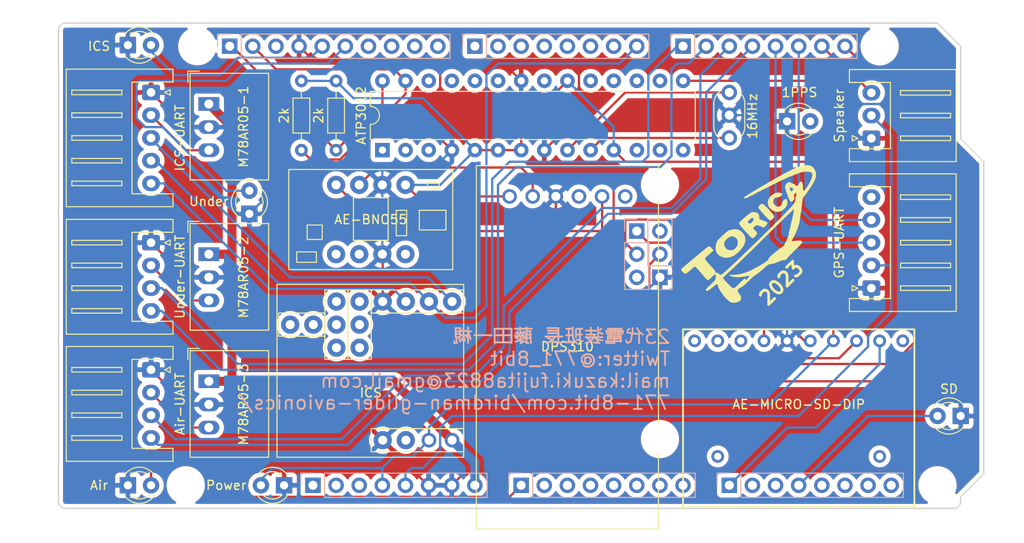
<source format=kicad_pcb>
(kicad_pcb (version 20211014) (generator pcbnew)
  (title_block (date "mar. 31 mars 2015"))
  (layers (0 "F.Cu" signal) (31 "B.Cu" signal) (34 "B.Paste" user) (35 "F.Paste" user) (36 "B.SilkS" user "B.Silkscreen") (37 "F.SilkS" user "F.Silkscreen") (38 "B.Mask" user) (39 "F.Mask" user) (44 "Edge.Cuts" user))
  (net 0 "")
  (net 1 "GND")
  (net 2 "/IOREF")
  (net 3 "/A1")
  (net 4 "/A2")
  (net 5 "/A3")
  (net 6 "/A4")
  (net 7 "/A5")
  (net 8 "/A6")
  (net 9 "/A7")
  (net 10 "/A9")
  (net 11 "/A10")
  (net 12 "/A12")
  (net 13 "/A13")
  (net 14 "/A14")
  (net 15 "/A15")
  (net 16 "/AREF")
  (net 17 "/*11")
  (net 18 "/*9")
  (net 19 "/*8")
  (net 20 "/*7")
  (net 21 "/*6")
  (net 22 "/*5")
  (net 23 "/*4")
  (net 24 "/*3")
  (net 25 "/*2")
  (net 26 "DTGR")
  (net 27 "DRGT")
  (net 28 "IRXT")
  (net 29 "DTAR")
  (net 30 "DRAT")
  (net 31 "DTUR")
  (net 32 "VCC")
  (net 33 "/~{RESET}")
  (net 35 "Net-(Air-UART1-Pad2)")
  (net 36 "1PPS")
  (net 37 "Net-(ICS-UART1-Pad2)")
  (net 38 "ITXR")
  (net 39 "EN")
  (net 40 "SD-CS")
  (net 41 "DRUT")
  (net 42 "SD-MISO")
  (net 43 "SD-CLK")
  (net 44 "SD-MOSI")
  (net 45 "5V")
  (net 46 "Net-(Speaker1-Pad3)")
  (net 47 "3.3V")
  (net 51 "SDA")
  (net 52 "SCL")
  (net 53 "SCL1")
  (net 54 "SDA1")
  (net 55 "/TX0{slash}1")
  (net 56 "/*10")
  (net 63 "L_Air")
  (net 64 "L_ICS")
  (net 65 "L_Under")
  (net 66 "L_SD")
  (net 71 "Net-(ATP3012-Pad9)")
  (net 72 "Net-(ATP3012-Pad10)")
  (net 96 "Net-(M78AR05-2-Pad3)")
  (footprint "LED_THT:LED_D3.0mm_Clear" (layer "F.Cu") (at 120.955 67.62 90)
    (fp_text reference "Under1" hide)
    (fp_text value "Under")
  )
  (footprint "Connector_JST:JST_XH_S5B-XH-A_1x05_P2.50mm_Horizontal" (layer "F.Cu") (at 189.26 75.79 90)
    (fp_text reference "GPS-UART1" hide)
    (fp_text value "GPS-UART")
  )
  (footprint "LED_THT:LED_D3.0mm_Clear" (layer "F.Cu") (at 124.77 97.46 180)
    (fp_text reference "Power1" hide)
    (fp_text value "Power")
  )
  (footprint "LED_THT:LED_D3.0mm_Clear" (layer "F.Cu") (at 199.065 89.84 180)
    (fp_text reference "SD1" hide)
    (fp_text value "SD")
  )
  (footprint "Arduino_MountingHole:MountingHole_3.2mm" (layer "F.Cu") (at 196.52 97.46)
    (fp_text reference "MH6" hide)
    (fp_text value "MountingHole_3.2mm" hide)
  )
  (footprint "Package_DIP:DIP-28_W7.62mm" (layer "F.Cu") (at 135.57 60.62 90)
    (fp_text reference "ATP3012")
    (fp_text value "ATP3012")
  )
  (footprint "LOGO:torica" (layer "F.Cu") (at 176.835 70.155 45)
    (fp_text reference "G***" hide)
    (fp_text value "LOGO" hide)
  )
  (footprint "Converter_DCDC:Converter_DCDC_RECOM_R-78E-0.5_THT" (layer "F.Cu") (at 116.51 72.06 -90)
    (fp_text reference "M78AR05-2")
    (fp_text value "M78AR05")
  )
  (footprint "LED_THT:LED_D3.0mm_Clear" (layer "F.Cu") (at 180.005 57.455)
    (fp_text reference "1PPS1" hide)
    (fp_text value "1PPS")
  )
  (footprint "Connector_JST:JST_XH_S5B-XH-A_1x05_P2.50mm_Horizontal" (layer "F.Cu") (at 110.16 54.28 -90)
    (fp_text reference "ICS-UART1" hide)
    (fp_text value "ICS-UART")
  )
  (footprint "Resistor_THT:R_Axial_DIN0204_L3.6mm_D1.6mm_P7.62mm_Horizontal" (layer "F.Cu") (at 126.67 60.63 90)
    (fp_text reference "R2" hide)
    (fp_text value "2k")
  )
  (footprint "Connector_JST:JST_XH_S4B-XH-A_1x04_P2.50mm_Horizontal" (layer "F.Cu") (at 110.16 70.79 -90)
    (fp_text reference "Under-UART1" hide)
    (fp_text value "Under-UART")
  )
  (footprint "microSD:microSD_AE-MICRO-SD-DIP" (layer "F.Cu") (at 181.28 80.315)
    (fp_text reference "AE-MICRO-SD-DIP1" hide)
    (fp_text value "AE-MICRO-SD-DIP")
  )
  (footprint "Arduino_MountingHole:MountingHole_3.2mm" (layer "F.Cu") (at 115.24 49.2)
    (fp_text reference "MH1" hide)
    (fp_text value "MountingHole_3.2mm" hide)
  )
  (footprint "ICS:ICS" (layer "F.Cu") (at 144.4 75.33 -90)
    (fp_text reference "ICS-board1" hide)
    (fp_text value "ICS")
  )
  (footprint "Connector_JST:JST_XH_S4B-XH-A_1x04_P2.50mm_Horizontal" (layer "F.Cu") (at 110.16 84.76 -90)
    (fp_text reference "Air-UART1" hide)
    (fp_text value "Air-UART")
  )
  (footprint "Resistor_THT:R_Axial_DIN0204_L3.6mm_D1.6mm_P7.62mm_Horizontal" (layer "F.Cu") (at 130.48 53.01 -90)
    (fp_text reference "R1" hide)
    (fp_text value "2k")
  )
  (footprint "Crystal:Resonator_Murata_CSTLSxxxX-3Pin_W5.5mm_H3.0mm" (layer "F.Cu") (at 173.66 54.28 -90)
    (fp_text reference "Y1" hide)
    (fp_text value "16MHｚ")
  )
  (footprint "Connector_JST:JST_XH_S3B-XH-A_1x03_P2.50mm_Horizontal" (layer "F.Cu") (at 189.26 59.32 90)
    (fp_text reference "Speaker1" hide)
    (fp_text value "Speaker")
  )
  (footprint "Converter_DCDC:Converter_DCDC_RECOM_R-78E-0.5_THT" (layer "F.Cu") (at 116.51 86.03 -90)
    (fp_text reference "M78AR05-3")
    (fp_text value "M78AR05")
  )
  (footprint "DPS310:DPS310" (layer "F.Cu") (at 155.88 82.22 90)
    (fp_text reference "DPS310")
    (fp_text value "DPS310")
  )
  (footprint "Converter_DCDC:Converter_DCDC_RECOM_R-78E-0.5_THT" (layer "F.Cu") (at 116.51 55.55 -90)
    (fp_text reference "M78AR05-1")
    (fp_text value "M78AR05")
  )
  (footprint "Arduino_MountingHole:MountingHole_3.2mm" (layer "F.Cu") (at 113.97 97.46)
    (fp_text reference "MH2" hide)
    (fp_text value "MountingHole_3.2mm" hide)
  )
  (footprint "AE-BNO055:AE-BNO055" (layer "F.Cu") (at 134.29 68.25 -90)
    (fp_text reference "AE-BNO55")
    (fp_text value "AE-BNO055")
  )
  (footprint "Arduino_MountingHole:MountingHole_3.2mm" (layer "F.Cu") (at 166.04 64.44)
    (fp_text reference "MH3" hide)
    (fp_text value "MountingHole_3.2mm" hide)
  )
  (footprint "Arduino_MountingHole:MountingHole_3.2mm" (layer "F.Cu") (at 166.04 92.38)
    (fp_text reference "MH4" hide)
    (fp_text value "MountingHole_3.2mm" hide)
  )
  (footprint "LED_THT:LED_D3.0mm_Clear" (layer "F.Cu") (at 107.62 97.46)
    (fp_text reference "Air1" hide)
    (fp_text value "Air")
  )
  (footprint "Arduino_MountingHole:MountingHole_3.2mm" (layer "F.Cu") (at 190.17 49.2)
    (fp_text reference "MH5" hide)
    (fp_text value "MountingHole_3.2mm" hide)
  )
  (footprint "LED_THT:LED_D3.0mm_Clear" (layer "F.Cu") (at 107.615 49.073)
    (fp_text reference "ICS1" hide)
    (fp_text value "ICS")
  )
  (footprint "Connector_PinHeader_2.54mm:PinHeader_1x08_P2.54mm_Vertical" (layer "B.Cu") (at 127.94 97.46 -90)
    (fp_text reference "J1" hide)
    (fp_text value "Power" hide)
  )
  (footprint "Connector_PinHeader_2.54mm:PinHeader_1x08_P2.54mm_Vertical" (layer "B.Cu") (at 150.8 97.46 -90)
    (fp_text reference "J3" hide)
    (fp_text value "Analog" hide)
  )
  (footprint "Connector_PinHeader_2.54mm:PinHeader_1x08_P2.54mm_Vertical" (layer "B.Cu") (at 173.66 97.46 -90)
    (fp_text reference "J5" hide)
    (fp_text value "Analog" hide)
  )
  (footprint "Connector_PinHeader_2.54mm:PinHeader_1x10_P2.54mm_Vertical" (layer "B.Cu") (at 118.796 49.2 -90)
    (fp_text reference "J2" hide)
    (fp_text value "PWM" hide)
  )
  (footprint "Connector_PinHeader_2.54mm:PinHeader_1x08_P2.54mm_Vertical" (layer "B.Cu") (at 145.72 49.2 -90)
    (fp_text reference "J4" hide)
    (fp_text value "PWM" hide)
  )
  (footprint "Connector_PinHeader_2.54mm:PinHeader_1x08_P2.54mm_Vertical" (layer "B.Cu") (at 168.58 49.2 -90)
    (fp_text reference "J6" hide)
    (fp_text value "Communication" hide)
  )
  (footprint "Connector_PinSocket_2.54mm:PinSocket_1x03_P2.54mm_Vertical" (layer "B.Cu") (at 163.5 69.52 180)
    (fp_text reference "J7" hide)
    (fp_text value "Conn_01x03")
  )
  (footprint "Connector_PinSocket_2.54mm:PinSocket_1x03_P2.54mm_Vertical" (layer "B.Cu") (at 166.04 74.6)
    (fp_text reference "J8" hide)
    (fp_text value "Conn_01x03")
  )
  (gr_line (start 199.06 59.36) (end 201.6 61.9) (layer "Edge.Cuts") (width 0.15))
  (gr_line (start 100 99.238) (end 100 47.422) (layer "Edge.Cuts") (width 0.15))
  (gr_line (start 201.6 61.9) (end 201.6 96.19) (layer "Edge.Cuts") (width 0.15))
  (gr_line (start 198.298 100) (end 100.762 100) (layer "Edge.Cuts") (width 0.15))
  (gr_line (start 100.762 46.66) (end 196.52 46.66) (layer "Edge.Cuts") (width 0.15))
  (gr_arc (start 100.762 100) (mid 100.223185 99.776815) (end 100 99.238) (layer "Edge.Cuts") (width 0.15))
  (gr_line (start 201.6 96.19) (end 199.06 98.73) (layer "Edge.Cuts") (width 0.15))
  (gr_line (start 196.52 46.66) (end 199.06 49.2) (layer "Edge.Cuts") (width 0.15))
  (gr_arc (start 199.06 99.238) (mid 198.836815 99.776815) (end 198.298 100) (layer "Edge.Cuts") (width 0.15))
  (gr_line (start 199.06 49.2) (end 199.06 59.36) (layer "Edge.Cuts") (width 0.15))
  (gr_line (start 199.06 98.73) (end 199.06 99.238) (layer "Edge.Cuts") (width 0.15))
  (gr_arc (start 100 47.422) (mid 100.223185 46.883185) (end 100.762 46.66) (layer "Edge.Cuts") (width 0.15))
  (gr_text "23代電装班長 藤田一槻\nTwitter:@771_8bit\nmail:kazuki.fujita8823@gmail.com\n771-8bit.com/birdman-glider-avionics/" (at 167.31 84.76) (layer "B.SilkS") (effects (font (size 1.5 1.5) (thickness 0.2)) (justify left mirror)))
  (gr_text "2023" (at 179.375 75.235 45) (layer "F.SilkS") (effects (font (size 1.5 1.5) (thickness 0.3))))
  (segment (start 154.61 66.98) (end 154.61 65.71) (width 0.25) (layer "F.Cu") (net 1))
  (segment (start 191.44 59.36) (end 191.44 75.87) (width 0.25) (layer "F.Cu") (net 1))
  (segment (start 107.615 55.545) (end 107.615 49.073) (width 0.25) (layer "F.Cu") (net 1))
  (segment (start 180.01 81.585) (end 178.555 83.04) (width 0.25) (layer "F.Cu") (net 1))
  (segment (start 107.62 55.55) (end 107.62 70.79) (width 0.25) (layer "F.Cu") (net 1))
  (segment (start 141.91 97.46) (end 140.64 97.46) (width 0.25) (layer "F.Cu") (net 1))
  (segment (start 145.72 87.3) (end 145.72 94.92) (width 0.25) (layer "F.Cu") (net 1))
  (segment (start 135.6 72.1) (end 135.56 72.06) (width 0.25) (layer "F.Cu") (net 1))
  (segment (start 141.91 59.34) (end 143.19 60.62) (width 0.25) (layer "F.Cu") (net 1))
  (segment (start 107.62 70.79) (end 107.62 84.76) (width 0.25) (layer "F.Cu") (net 1))
  (segment (start 189.18 75.87) (end 189.26 75.79) (width 0.25) (layer "F.Cu") (net 1))
  (segment (start 145.64 87.3) (end 145.72 87.3) (width 0.25) (layer "F.Cu") (net 1))
  (segment (start 126.416 49.2) (end 128.321 51.105) (width 0.25) (layer "F.Cu") (net 1))
  (segment (start 178.555 83.04) (end 168.58 83.04) (width 0.25) (layer "F.Cu") (net 1))
  (segment (start 108.89 54.28) (end 107.62 55.55) (width 0.25) (layer "F.Cu") (net 1))
  (segment (start 141.91 97.46) (end 140.56 97.46) (width 0.25) (layer "F.Cu") (net 1))
  (segment (start 135.56 64.44) (end 139.37 68.25) (width 0.25) (layer "F.Cu") (net 1))
  (segment (start 141.275 51.105) (end 141.91 51.105) (width 0.25) (layer "F.Cu") (net 1))
  (segment (start 113.97 74.6) (end 116.51 74.6) (width 0.25) (layer "F.Cu") (net 1))
  (segment (start 121.59 93.65) (end 107.62 93.65) (width 0.25) (layer "F.Cu") (net 1))
  (segment (start 189.26 59.32) (end 191.4 59.32) (width 0.25) (layer "F.Cu") (net 1))
  (segment (start 107.62 84.76) (end 107.62 92.38) (width 0.25) (layer "F.Cu") (net 1))
  (segment (start 107.62 92.38) (end 107.62 97.46) (width 0.25) (layer "F.Cu") (net 1))
  (segment (start 166.04 80.5) (end 168.58 83.04) (width 0.25) (layer "F.Cu") (net 1))
  (segment (start 121.59 93.65) (end 124.765 93.65) (width 0.25) (layer "F.Cu") (net 1))
  (segment (start 157.15 56.82) (end 157.15 52.375) (width 0.25) (layer "F.Cu") (net 1))
  (segment (start 191.44 75.87) (end 189.34 75.87) (width 0.25) (layer "F.Cu") (net 1))
  (segment (start 116.51 88.57) (end 113.97 88.57) (width 0.25) (layer "F.Cu") (net 1))
  (segment (start 110.16 54.28) (end 108.89 54.28) (width 0.25) (layer "F.Cu") (net 1))
  (segment (start 141.91 51.105) (end 141.91 59.34) (width 0.25) (layer "F.Cu") (net 1))
  (segment (start 107.62 55.55) (end 107.615 55.545) (width 0.25) (layer "F.Cu") (net 1))
  (segment (start 141.275 51.105) (end 148.915 51.105) (width 0.25) (layer "F.Cu") (net 1))
  (segment (start 140.56 97.46) (end 135.6 92.5) (width 0.25) (layer "F.Cu") (net 1))
  (segment (start 135.6 77.26) (end 145.64 87.3) (width 0.25) (layer "F.Cu") (net 1))
  (segment (start 148.915 51.105) (end 150.81 53) (width 0.25) (layer "F.Cu") (net 1))
  (segment (start 153.35 60.62) (end 157.15 56.82) (width 0.25) (layer "F.Cu") (net 1))
  (segment (start 166.04 74.6) (end 166.04 80.5) (width 0.25) (layer "F.Cu") (net 1))
  (segment (start 124.77 97.46) (end 124.77 93.655) (width 0.25) (layer "F.Cu") (net 1))
  (segment (start 134.45 93.65) (end 135.6 92.5) (width 0.25) (layer "F.Cu") (net 1))
  (segment (start 135.6 77.26) (end 135.6 72.1) (width 0.25) (layer "F.Cu") (net 1))
  (segment (start 124.765 93.65) (end 134.45 93.65) (width 0.25) (layer "F.Cu") (net 1))
  (segment (start 107.62 92.38) (end 107.62 93.65) (width 0.25) (layer "F.Cu") (net 1))
  (segment (start 113.97 58.09) (end 116.51 58.09) (width 0.25) (layer "F.Cu") (net 1))
  (segment (start 143.18 97.46) (end 141.91 97.46) (width 0.25) (layer "F.Cu") (net 1))
  (segment (start 157.15 52.375) (end 155.88 51.105) (width 0.25) (layer "F.Cu") (net 1))
  (segment (start 145.72 94.92) (end 143.18 97.46) (width 0.25) (layer "F.Cu") (net 1))
  (segment (start 128.321 51.105) (end 141.275 51.105) (width 0.25) (layer "F.Cu") (net 1))
  (segment (start 189.34 75.87) (end 189.26 75.79) (width 0.25) (layer "F.Cu") (net 1))
  (segment (start 110.16 70.79) (end 107.62 70.79) (width 0.25) (layer "F.Cu") (net 1))
  (segment (start 113.97 88.57) (end 110.16 84.76) (width 0.25) (layer "F.Cu") (net 1))
  (segment (start 107.62 84.76) (end 110.16 84.76) (width 0.25) (layer "F.Cu") (net 1))
  (segment (start 191.4 59.32) (end 191.44 59.36) (width 0.25) (layer "F.Cu") (net 1))
  (segment (start 110.16 70.79) (end 113.97 74.6) (width 0.25) (layer "F.Cu") (net 1))
  (segment (start 110.16 54.28) (end 113.97 58.09) (width 0.25) (layer "F.Cu") (net 1))
  (segment (start 139.37 68.25) (end 153.34 68.25) (width 0.25) (layer "F.Cu") (net 1))
  (segment (start 155.88 51.105) (end 148.915 51.105) (width 0.25) (layer "F.Cu") (net 1))
  (segment (start 153.34 68.25) (end 154.61 66.98) (width 0.25) (layer "F.Cu") (net 1))
  (segment (start 124.77 93.655) (end 124.765 93.65) (width 0.25) (layer "F.Cu") (net 1))
  (segment (start 141.275 62.535) (end 136.195 62.535) (width 0.25) (layer "B.Cu") (net 1))
  (segment (start 189.26 75.79) (end 180.09 75.79) (width 0.25) (layer "B.Cu") (net 1))
  (segment (start 153.34 87.3) (end 166.04 74.6) (width 0.25) (layer "B.Cu") (net 1))
  (segment (start 135.56 64.44) (end 135.56 72.06) (width 0.25) (layer "B.Cu") (net 1))
  (segment (start 199.06 89.835) (end 199.06 64.44) (width 0.25) (layer "B.Cu") (net 1))
  (segment (start 188.265 55.55) (end 187.63 56.185) (width 0.25) (layer "B.Cu") (net 1))
  (segment (start 126.035 62.54) (end 126.035 62.535) (width 0.25) (layer "B.Cu") (net 1))
  (segment (start 110.16 54.28) (end 117.78 54.28) (width 0.25) (layer "B.Cu") (net 1))
  (segment (start 199.06 64.44) (end 190.17 55.55) (width 0.25) (layer "B.Cu") (net 1))
  (segment (start 135.6 92.5) (end 140.8 87.3) (width 0.25) (layer "B.Cu") (net 1))
  (segment (start 180.09 75.79) (end 180.01 75.87) (width 0.25) (layer "B.Cu") (net 1))
  (segment (start 143.19 60.62) (end 141.275 62.535) (width 0.25) (layer "B.Cu") (net 1))
  (segment (start 136.195 62.535) (end 135.56 62.535) (width 0.25) (layer "B.Cu") (net 1))
  (segment (start 117.78 54.28) (end 126.035 62.535) (width 0.25) (layer "B.Cu") (net 1))
  (segment (start 175.525 56.78) (end 173.66 56.78) (width 0.25) (layer "B.Cu") (net 1))
  (segment (start 140.8 87.3) (end 153.34 87.3) (width 0.25) (layer "B.Cu") (net 1))
  (segment (start 135.56 62.535) (end 135.56 64.44) (width 0.25) (layer "B.Cu") (net 1))
  (segment (start 188.225 59.32) (end 189.26 59.32) (width 0.25) (layer "B.Cu") (net 1))
  (segment (start 180.01 75.87) (end 176.2 72.06) (width 0.25) (layer "B.Cu") (net 1))
  (segment (start 187.63 56.185) (end 187.63 58.725) (width 0.25) (layer "B.Cu") (net 1))
  (segment (start 126.035 62.535) (end 136.195 62.535) (width 0.25) (layer "B.Cu") (net 1))
  (segment (start 190.17 55.55) (end 188.265 55.55) (width 0.25) (layer "B.Cu") (net 1))
  (segment (start 120.955 67.62) (end 126.035 62.54) (width 0.25) (layer "B.Cu") (net 1))
  (segment (start 176.2 57.455) (end 175.525 56.78) (width 0.25) (layer "B.Cu") (net 1))
  (segment (start 180.01 75.87) (end 180.01 81.585) (width 0.25) (layer "B.Cu") (net 1))
  (segment (start 199.065 89.84) (end 199.06 89.835) (width 0.25) (layer "B.Cu") (net 1))
  (segment (start 176.2 72.06) (end 176.2 57.455) (width 0.25) (layer "B.Cu") (net 1))
  (segment (start 187.63 58.725) (end 188.225 59.32) (width 0.25) (layer "B.Cu") (net 1))
  (segment (start 189.26 70.79) (end 179.375 70.79) (width 0.25) (layer "B.Cu") (net 26))
  (segment (start 178.74 70.155) (end 178.74 49.2) (width 0.25) (layer "B.Cu") (net 26))
  (segment (start 179.375 70.79) (end 178.74 70.155) (width 0.25) (layer "B.Cu") (net 26))
  (segment (start 181.28 49.2) (end 181.28 66.98) (width 0.25) (layer "B.Cu") (net 27))
  (segment (start 181.28 66.98) (end 182.59 68.29) (width 0.25) (layer "B.Cu") (net 27))
  (segment (start 182.59 68.29) (end 189.26 68.29) (width 0.25) (layer "B.Cu") (net 27))
  (segment (start 161.595 51.105) (end 148.26 51.105) (width 0.25) (layer "B.Cu") (net 28))
  (segment (start 148.26 51.105) (end 146.99 52.375) (width 0.25) (layer "B.Cu") (net 28))
  (segment (start 110.675349 61.78) (end 110.16 61.78) (width 0.25) (layer "B.Cu") (net 28))
  (segment (start 145.72 79.045) (end 142.465 79.045) (width 0.25) (layer "B.Cu") (net 28))
  (segment (start 140.68 77.26) (end 138.655 75.235) (width 0.25) (layer "B.Cu") (net 28))
  (segment (start 142.465 79.045) (end 140.68 77.26) (width 0.25) (layer "B.Cu") (net 28))
  (segment (start 124.130349 75.235) (end 110.675349 61.78) (width 0.25) (layer "B.Cu") (net 28))
  (segment (start 138.655 75.235) (end 124.130349 75.235) (width 0.25) (layer "B.Cu") (net 28))
  (segment (start 146.99 52.375) (end 146.99 77.775) (width 0.25) (layer "B.Cu") (net 28))
  (segment (start 146.99 77.775) (end 145.72 79.045) (width 0.25) (layer "B.Cu") (net 28))
  (segment (start 163.5 49.2) (end 161.595 51.105) (width 0.25) (layer "B.Cu") (net 28))
  (segment (start 159.69 66.98) (end 167.31 66.98) (width 0.25) (layer "B.Cu") (net 29))
  (segment (start 112.78 92.38) (end 131.115 92.38) (width 0.25) (layer "B.Cu") (net 29))
  (segment (start 131.115 92.38) (end 138.1 85.395) (width 0.25) (layer "B.Cu") (net 29))
  (segment (start 145.72 85.395) (end 148.895 82.22) (width 0.25) (layer "B.Cu") (net 29))
  (segment (start 148.895 82.22) (end 148.895 77.775) (width 0.25) (layer "B.Cu") (net 29))
  (segment (start 138.1 85.395) (end 145.72 85.395) (width 0.25) (layer "B.Cu") (net 29))
  (segment (start 110.16 89.76) (end 112.78 92.38) (width 0.25) (layer "B.Cu") (net 29))
  (segment (start 170.485 63.805) (end 170.485 52.375) (width 0.25) (layer "B.Cu") (net 29))
  (segment (start 167.31 66.98) (end 170.485 63.805) (width 0.25) (layer "B.Cu") (net 29))
  (segment (start 170.485 52.375) (end 173.66 49.2) (width 0.25) (layer "B.Cu") (net 29))
  (segment (start 148.895 77.775) (end 159.69 66.98) (width 0.25) (layer "B.Cu") (net 29))
  (segment (start 171.12 63.806396) (end 171.12 54.28) (width 0.25) (layer "B.Cu") (net 30))
  (segment (start 167.311396 67.615) (end 171.12 63.806396) (width 0.25) (layer "B.Cu") (net 30))
  (segment (start 110.915 93.015) (end 131.750698 93.015) (width 0.25) (layer "B.Cu") (net 30))
  (segment (start 146.355 86.03) (end 149.53 82.855) (width 0.25) (layer "B.Cu") (net 30))
  (segment (start 160.325 67.615) (end 167.311396 67.615) (width 0.25) (layer "B.Cu") (net 30))
  (segment (start 149.53 82.855) (end 149.53 78.41) (width 0.25) (layer "B.Cu") (net 30))
  (segment (start 138.735698 86.03) (end 146.355 86.03) (width 0.25) (layer "B.Cu") (net 30))
  (segment (start 149.53 78.41) (end 160.325 67.615) (width 0.25) (layer "B.Cu") (net 30))
  (segment (start 131.750698 93.015) (end 138.735698 86.03) (width 0.25) (layer "B.Cu") (net 30))
  (segment (start 171.12 54.28) (end 176.2 49.2) (width 0.25) (layer "B.Cu") (net 30))
  (segment (start 110.16 92.26) (end 110.915 93.015) (width 0.25) (layer "B.Cu") (net 30))
  (segment (start 168.58 49.2) (end 167.945 49.2) (width 0.25) (layer "B.Cu") (net 31))
  (segment (start 119.685 84.125) (end 111.35 75.79) (width 0.25) (layer "B.Cu") (net 31))
  (segment (start 164.77 61.265) (end 164.135 61.9) (width 0.25) (layer "B.Cu") (net 31))
  (segment (start 164.77 52.375) (end 164.77 61.265) (width 0.25) (layer "B.Cu") (net 31))
  (segment (start 149.53 61.9) (end 147.625 63.805) (width 0.25) (layer "B.Cu") (net 31))
  (segment (start 164.135 61.9) (end 149.53 61.9) (width 0.25) (layer "B.Cu") (net 31))
  (segment (start 111.35 75.79) (end 110.16 75.79) (width 0.25) (layer "B.Cu") (net 31))
  (segment (start 147.625 63.805) (end 147.625 80.95) (width 0.25) (layer "B.Cu") (net 31))
  (segment (start 147.625 80.95) (end 144.45 84.125) (width 0.25) (layer "B.Cu") (net 31))
  (segment (start 144.45 84.125) (end 119.685 84.125) (width 0.25) (layer "B.Cu") (net 31))
  (segment (start 167.945 49.2) (end 164.77 52.375) (width 0.25) (layer "B.Cu") (net 31))
  (segment (start 119.05 86.03) (end 116.51 86.03) (width 1) (layer "F.Cu") (net 32))
  (segment (start 136.83 86.03) (end 119.05 86.03) (width 1) (layer "F.Cu") (net 32))
  (segment (start 143.22 92.5) (end 136.83 86.11) (width 1) (layer "F.Cu") (net 32))
  (segment (start 119.05 58.09) (end 119.05 86.03) (width 1) (layer "F.Cu") (net 32))
  (segment (start 136.83 86.11) (end 136.83 86.03) (width 0.25) (layer "F.Cu") (net 32))
  (segment (start 116.51 55.55) (end 119.05 58.09) (width 1) (layer "F.Cu") (net 32))
  (segment (start 116.51 72.06) (end 119.05 72.06) (width 1) (layer "F.Cu") (net 32))
  (segment (start 145.64 94.92) (end 145.72 94.92) (width 0.25) (layer "B.Cu") (net 32))
  (segment (start 143.22 92.5) (end 145.64 94.92) (width 1) (layer "B.Cu") (net 32))
  (segment (start 145.72 94.92) (end 145.72 97.46) (width 1) (layer "B.Cu") (net 32))
  (segment (start 110.16 87.3) (end 113.97 91.11) (width 0.25) (layer "F.Cu") (net 35))
  (segment (start 113.97 91.11) (end 116.51 91.11) (width 0.25) (layer "F.Cu") (net 35))
  (segment (start 110.16 87.26) (end 110.16 87.3) (width 0.25) (layer "F.Cu") (net 35))
  (segment (start 114.01 60.63) (end 116.51 60.63) (width 0.25) (layer "F.Cu") (net 37))
  (segment (start 110.16 56.78) (end 114.01 60.63) (width 0.25) (layer "F.Cu") (net 37))
  (segment (start 143.22 77.26) (end 140.56 74.6) (width 0.25) (layer "B.Cu") (net 38))
  (segment (start 125.401396 74.6) (end 110.16 59.358604) (width 0.25) (layer "B.Cu") (net 38))
  (segment (start 140.56 74.6) (end 125.401396 74.6) (width 0.25) (layer "B.Cu") (net 38))
  (segment (start 110.16 59.358604) (end 110.16 59.28) (width 0.25) (layer "B.Cu") (net 38))
  (segment (start 123.1775 75.87) (end 111.5875 64.28) (width 0.25) (layer "B.Cu") (net 39))
  (segment (start 138.14 77.26) (end 136.75 75.87) (width 0.25) (layer "B.Cu") (net 39))
  (segment (start 136.75 75.87) (end 123.1775 75.87) (width 0.25) (layer "B.Cu") (net 39))
  (segment (start 111.5875 64.28) (end 110.16 64.28) (width 0.25) (layer "B.Cu") (net 39))
  (segment (start 180.01 91.11) (end 183.185 91.11) (width 0.25) (layer "B.Cu") (net 40))
  (segment (start 173.66 97.46) (end 180.01 91.11) (width 0.25) (layer "B.Cu") (net 40))
  (segment (start 183.185 91.11) (end 190.17 84.125) (width 0.25) (layer "B.Cu") (net 40))
  (segment (start 190.17 84.125) (end 190.17 81.585) (width 0.25) (layer "B.Cu") (net 40))
  (segment (start 171.12 49.2) (end 169.215 51.105) (width 0.25) (layer "B.Cu") (net 41))
  (segment (start 169.215 51.105) (end 167.945 51.105) (width 0.25) (layer "B.Cu") (net 41))
  (segment (start 145.085 84.76) (end 117.78 84.76) (width 0.25) (layer "B.Cu") (net 41))
  (segment (start 111.31 78.29) (end 110.16 78.29) (width 0.25) (layer "B.Cu") (net 41))
  (segment (start 150.235001 62.464999) (end 148.26 64.44) (width 0.25) (layer "B.Cu") (net 41))
  (segment (start 166.110001 62.464999) (end 150.235001 62.464999) (width 0.25) (layer "B.Cu") (net 41))
  (segment (start 167.31 51.74) (end 167.31 61.265) (width 0.25) (layer "B.Cu") (net 41))
  (segment (start 167.31 61.265) (end 166.110001 62.464999) (width 0.25) (layer "B.Cu") (net 41))
  (segment (start 148.26 64.44) (end 148.26 81.585) (width 0.25) (layer "B.Cu") (net 41))
  (segment (start 148.26 81.585) (end 145.085 84.76) (width 0.25) (layer "B.Cu") (net 41))
  (segment (start 117.78 84.76) (end 111.31 78.29) (width 0.25) (layer "B.Cu") (net 41))
  (segment (start 167.945 51.105) (end 167.31 51.74) (width 0.25) (layer "B.Cu") (net 41))
  (segment (start 177.47 79.68) (end 177.47 81.585) (width 0.25) (layer "F.Cu") (net 42))
  (segment (start 163.5 69.52) (end 164.77 70.79) (width 0.25) (layer "F.Cu") (net 42))
  (segment (start 168.58 70.79) (end 177.47 79.68) (width 0.25) (layer "F.Cu") (net 42))
  (segment (start 164.77 70.79) (end 168.58 70.79) (width 0.25) (layer "F.Cu") (net 42))
  (segment (start 163.5 72.06) (end 162.23 70.79) (width 0.25) (layer "F.Cu") (net 43))
  (segment (start 168.58 68.25) (end 181.915 81.585) (width 0.25) (layer "F.Cu") (net 43))
  (segment (start 181.915 81.585) (end 182.55 81.585) (width 0.25) (layer "F.Cu") (net 43))
  (segment (start 162.23 70.79) (end 162.23 68.25) (width 0.25) (layer "F.Cu") (net 43))
  (segment (start 162.23 68.25) (end 168.58 68.25) (width 0.25) (layer "F.Cu") (net 43))
  (segment (start 167.31 83.49) (end 185.725 83.49) (width 0.25) (layer "F.Cu") (net 44))
  (segment (start 185.725 83.49) (end 187.63 81.585) (width 0.25) (layer "F.Cu") (net 44))
  (segment (start 166.04 72.06) (end 164.865 73.235) (width 0.25) (layer "F.Cu") (net 44))
  (segment (start 164.865 81.045) (end 167.31 83.49) (width 0.25) (layer "F.Cu") (net 44))
  (segment (start 164.865 73.235) (end 164.865 81.045) (width 0.25) (layer "F.Cu") (net 44))
  (segment (start 191.4 73.29) (end 191.44 73.33) (width 0.25) (layer "B.Cu") (net 45))
  (segment (start 188.9 80.95) (end 191.44 78.41) (width 0.25) (layer "B.Cu") (net 45))
  (segment (start 140.005 95.555) (end 141.91 93.65) (width 0.25) (layer "B.Cu") (net 45))
  (segment (start 188.9 82.22) (end 188.9 80.95) (width 0.25) (layer "B.Cu") (net 45))
  (segment (start 191.44 59) (end 189.26 56.82) (width 0.25) (layer "B.Cu") (net 45))
  (segment (start 141.91 93.65) (end 141.91 91.11) (width 0.25) (layer "B.Cu") (net 45))
  (segment (start 143.18 89.84) (end 181.28 89.84) (width 0.25) (layer "B.Cu") (net 45))
  (segment (start 191.44 73.33) (end 191.44 59) (width 0.25) (layer "B.Cu") (net 45))
  (segment (start 191.44 78.41) (end 191.44 73.33) (width 0.25) (layer "B.Cu") (net 45))
  (segment (start 138.735 95.555) (end 140.005 95.555) (width 0.25) (layer "B.Cu") (net 45))
  (segment (start 189.26 73.29) (end 191.4 73.29) (width 0.25) (layer "B.Cu") (net 45))
  (segment (start 181.28 89.84) (end 188.9 82.22) (width 0.25) (layer "B.Cu") (net 45))
  (segment (start 138.1 96.19) (end 138.735 95.555) (width 0.25) (layer "B.Cu") (net 45))
  (segment (start 141.91 91.11) (end 143.18 89.84) (width 0.25) (layer "B.Cu") (net 45))
  (segment (start 138.1 97.46) (end 138.1 96.19) (width 0.25) (layer "B.Cu") (net 45))
  (segment (start 168.59 53) (end 187.94 53) (width 0.25) (layer "F.Cu") (net 46))
  (segment (start 187.94 53) (end 189.26 54.32) (width 0.25) (layer "F.Cu") (net 46))
  (segment (start 162.25 61.9) (end 160.97 60.62) (width 0.25) (layer "F.Cu") (net 47))
  (segment (start 185.09 62.535) (end 184.455 61.9) (width 0.25) (layer "F.Cu") (net 47))
  (segment (start 149.53 65.71) (end 139.37 65.71) (width 0.25) (layer "F.Cu") (net 47))
  (segment (start 145.73 60.62) (end 148.27 60.62) (width 0.25) (layer "F.Cu") (net 47))
  (segment (start 148.27 60.62) (end 150.81 60.62) (width 0.25) (layer "F.Cu") (net 47))
  (segment (start 185.09 81.585) (end 185.09 62.535) (width 0.25) (layer "F.Cu") (net 47))
  (segment (start 139.37 65.71) (end 138.1 64.44) (width 0.25) (layer "F.Cu") (net 47))
  (segment (start 150.81 58.08) (end 155.89 53) (width 0.25) (layer "F.Cu") (net 47))
  (segment (start 184.455 61.9) (end 162.25 61.9) (width 0.25) (layer "F.Cu") (net 47))
  (segment (start 150.81 60.62) (end 150.81 58.08) (width 0.25) (layer "F.Cu") (net 47))
  (segment (start 143.18 88.57) (end 178.105 88.57) (width 0.25) (layer "B.Cu") (net 47))
  (segment (start 140.025 54.915) (end 145.73 60.62) (width 0.25) (layer "B.Cu") (net 47))
  (segment (start 178.105 88.57) (end 185.09 81.585) (width 0.25) (layer "B.Cu") (net 47))
  (segment (start 135.56 95.555) (end 136.83 94.285) (width 0.25) (layer "B.Cu") (net 47))
  (segment (start 145.73 60.62) (end 141.91 64.44) (width 0.25) (layer "B.Cu") (net 47))
  (segment (start 155.89 53) (end 160.97 58.08) (width 0.25) (layer "B.Cu") (net 47))
  (segment (start 135.56 97.46) (end 135.56 95.555) (width 0.25) (layer "B.Cu") (net 47))
  (segment (start 138.895 94.285) (end 140.68 92.5) (width 0.25) (layer "B.Cu") (net 47))
  (segment (start 140.64 91.11) (end 143.18 88.57) (width 0.25) (layer "B.Cu") (net 47))
  (segment (start 140.68 92.5) (end 140.68 91.15) (width 0.25) (layer "B.Cu") (net 47))
  (segment (start 140.68 91.15) (end 140.64 91.11) (width 0.25) (layer "B.Cu") (net 47))
  (segment (start 135.56 95.555) (end 123.495 95.555) (width 0.25) (layer "B.Cu") (net 47))
  (segment (start 160.97 58.08) (end 160.97 60.62) (width 0.25) (layer "B.Cu") (net 47))
  (segment (start 141.91 64.44) (end 138.1 64.44) (width 0.25) (layer "B.Cu") (net 47))
  (segment (start 136.83 94.285) (end 138.895 94.285) (width 0.25) (layer "B.Cu") (net 47))
  (segment (start 123.495 95.555) (end 122.23 96.82) (width 0.25) (layer "B.Cu") (net 47))
  (segment (start 130.48 53.01) (end 126.67 53.01) (width 0.25) (layer "B.Cu") (net 47))
  (segment (start 132.385 54.915) (end 140.025 54.915) (width 0.25) (layer "B.Cu") (net 47))
  (segment (start 130.48 53.01) (end 132.385 54.915) (width 0.25) (layer "B.Cu") (net 47))
  (segment (start 122.23 96.82) (end 122.23 97.46) (width 0.25) (layer "B.Cu") (net 47))
  (segment (start 193.98 81.764569) (end 193.98 56.82) (width 0.25) (layer "F.Cu") (net 51))
  (segment (start 133.02 64.44) (end 134.925 62.535) (width 0.25) (layer "F.Cu") (net 51))
  (segment (start 189.71 52.55) (end 187.17 52.55) (width 0.25) (layer "F.Cu") (net 51))
  (segment (start 150.8 62.535) (end 152.07 63.805) (width 0.25) (layer "F.Cu") (net 51))
  (segment (start 152.07 63.805) (end 160.325 63.805) (width 0.25) (layer "F.Cu") (net 51))
  (segment (start 134.925 62.535) (end 150.8 62.535) (width 0.25) (layer "F.Cu") (net 51))
  (segment (start 161.595 84.125) (end 191.619569 84.125) (width 0.25) (layer "F.Cu") (net 51))
  (segment (start 160.325 63.805) (end 160.96 64.44) (width 0.25) (layer "F.Cu") (net 51))
  (segment (start 160.96 64.44) (end 160.96 83.49) (width 0.25) (layer "F.Cu") (net 51))
  (segment (start 152.07 65.71) (end 152.07 63.805) (width 0.25) (layer "F.Cu") (net 51))
  (segment (start 191.619569 84.125) (end 193.98 81.764569) (width 0.25) (layer "F.Cu") (net 51))
  (segment (start 160.96 83.49) (end 161.595 84.125) (width 0.25) (layer "F.Cu") (net 51))
  (segment (start 193.98 56.82) (end 189.71 52.55) (width 0.25) (layer "F.Cu") (net 51))
  (segment (start 187.17 52.55) (end 183.82 49.2) (width 0.25) (layer "F.Cu") (net 51))
  (segment (start 191.44 86.03) (end 160.325 86.03) (width 0.25) (layer "F.Cu") (net 52))
  (segment (start 159.69 69.52) (end 159.69 85.395) (width 0.25) (layer "F.Cu") (net 52))
  (segment (start 135.56 69.52) (end 159.69 69.52) (width 0.25) (layer "F.Cu") (net 52))
  (segment (start 159.69 85.395) (end 160.325 86.03) (width 0.25) (layer "F.Cu") (net 52))
  (segment (start 188.9 51.74) (end 190.17 51.74) (width 0.25) (layer "F.Cu") (net 52))
  (segment (start 195.25 82.22) (end 191.44 86.03) (width 0.25) (layer "F.Cu") (net 52))
  (segment (start 186.36 49.2) (end 188.9 51.74) (width 0.25) (layer "F.Cu") (net 52))
  (segment (start 159.69 65.71) (end 159.69 69.52) (width 0.25) (layer "F.Cu") (net 52))
  (segment (start 190.17 51.74) (end 195.25 56.82) (width 0.25) (layer "F.Cu") (net 52))
  (segment (start 195.25 56.82) (end 195.25 82.22) (width 0.25) (layer "F.Cu") (net 52))
  (segment (start 130.48 64.44) (end 135.56 69.52) (width 0.25) (layer "F.Cu") (net 52))
  (segment (start 119.05 49.2) (end 130.48 60.63) (width 0.25) (layer "F.Cu") (net 53))
  (segment (start 135.57 55.54) (end 135.57 53) (width 0.25) (layer "F.Cu") (net 53))
  (segment (start 130.48 60.63) (end 135.57 55.54) (width 0.25) (layer "F.Cu") (net 53))
  (segment (start 118.796 49.2) (end 119.05 49.2) (width 0.25) (layer "F.Cu") (net 53))
  (segment (start 123.876 51.74) (end 136.85 51.74) (width 0.25) (layer "F.Cu") (net 54))
  (segment (start 127.695 61.655) (end 130.904569 61.655) (width 0.25) (layer "F.Cu") (net 54))
  (segment (start 121.336 49.2) (end 123.876 51.74) (width 0.25) (layer "F.Cu") (net 54))
  (segment (start 136.85 51.74) (end 138.11 53) (width 0.25) (layer "F.Cu") (net 54))
  (segment (start 126.67 60.63) (end 127.695 61.655) (width 0.25) (layer "F.Cu") (net 54))
  (segment (start 138.11 54.449569) (end 138.11 53) (width 0.25) (layer "F.Cu") (net 54))
  (segment (start 130.904569 61.655) (end 138.11 54.449569) (width 0.25) (layer "F.Cu") (net 54))
  (segment (start 120.32 98.73) (end 115.875 94.285) (width 0.25) (layer "F.Cu") (net 63))
  (segment (start 149.53 98.73) (end 120.32 98.73) (width 0.25) (layer "F.Cu") (net 63))
  (segment (start 115.875 94.285) (end 112.065 94.285) (width 0.25) (layer "F.Cu") (net 63))
  (segment (start 110.16 96.19) (end 110.16 97.46) (width 0.25) (layer "F.Cu") (net 63))
  (segment (start 112.065 94.285) (end 110.16 96.19) (width 0.25) (layer "F.Cu") (net 63))
  (segment (start 150.8 97.46) (end 149.53 98.73) (width 0.25) (layer "F.Cu") (net 63))
  (segment (start 117.78 52.375) (end 119.685 50.47) (width 0.25) (layer "B.Cu") (net 64))
  (segment (start 127.686 50.47) (end 128.956 49.2) (width 0.25) (layer "B.Cu") (net 64))
  (segment (start 110.155 49.769) (end 112.761 52.375) (width 0.25) (layer "B.Cu") (net 64))
  (segment (start 110.155 49.073) (end 110.155 49.769) (width 0.25) (layer "B.Cu") (net 64))
  (segment (start 112.761 52.375) (end 117.78 52.375) (width 0.25) (layer "B.Cu") (net 64))
  (segment (start 119.685 50.47) (end 127.686 50.47) (width 0.25) (layer "B.Cu") (net 64))
  (segment (start 109.524633 58.089633) (end 111.430367 58.089633) (width 0.25) (layer "B.Cu") (net 65))
  (segment (start 108.569267 57.134267) (end 109.524633 58.089633) (width 0.25) (layer "B.Cu") (net 65))
  (segment (start 120.32 51.105) (end 118.415 53.01) (width 0.25) (layer "B.Cu") (net 65))
  (segment (start 108.89 53.01) (end 108.569267 53.330733) (width 0.25) (layer "B.Cu") (net 65))
  (segment (start 118.420734 65.08) (end 120.955 65.08) (width 0.25) (layer "B.Cu") (net 65))
  (segment (start 108.569267 53.330733) (end 108.569267 57.134267) (width 0.25) (layer "B.Cu") (net 65))
  (segment (start 129.591 51.105) (end 120.32 51.105) (width 0.25) (layer "B.Cu") (net 65))
  (segment (start 118.415 53.01) (end 108.89 53.01) (width 0.25) (layer "B.Cu") (net 65))
  (segment (start 131.496 49.2) (end 129.591 51.105) (width 0.25) (layer "B.Cu") (net 65))
  (segment (start 111.430367 58.089633) (end 118.420734 65.08) (width 0.25) (layer "B.Cu") (net 65))
  (segment (start 196.525 89.84) (end 188.9 89.84) (width 0.25) (layer "B.Cu") (net 66))
  (segment (start 188.9 89.84) (end 181.28 97.46) (width 0.25) (layer "B.Cu") (net 66))
  (segment (start 162.23 54.28) (end 155.89 60.62) (width 0.25) (layer "F.Cu") (net 71))
  (segment (start 173.66 54.28) (end 162.23 54.28) (width 0.25) (layer "F.Cu") (net 71))
  (segment (start 158.43 60.62) (end 159.77 59.28) (width 0.25) (layer "F.Cu") (net 72))
  (segment (start 159.77 59.28) (end 173.66 59.28) (width 0.25) (layer "F.Cu") (net 72))
  (segment (start 114.01 77.14) (end 110.16 73.29) (width 0.25) (layer "F.Cu") (net 96))
  (segment (start 116.51 77.14) (end 114.01 77.14) (width 0.25) (layer "F.Cu") (net 96))
  (zone (net 1) (net_name "GND") (layers F&B.Cu) (connect_pads (clearance 0.508)) (min_thickness 0.254) (fill yes (thermal_gap 0.508) (thermal_bridge_width 0.508))
    (polygon (pts (xy 206.045 103.175) (xy 93.65 103.81) (xy 94.285 44.12) (xy 206.045 44.12)))
  )
)
</source>
